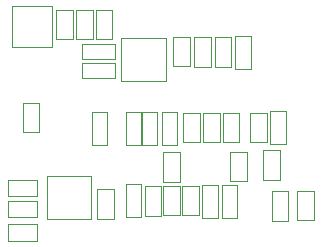
<source format=gbr>
%TF.GenerationSoftware,KiCad,Pcbnew,4.0.7*%
%TF.CreationDate,2017-12-01T19:39:18+08:00*%
%TF.ProjectId,ST-Link V2.1,53542D4C696E6B2056322E312E6B6963,rev?*%
%TF.FileFunction,Other,User*%
%FSLAX46Y46*%
G04 Gerber Fmt 4.6, Leading zero omitted, Abs format (unit mm)*
G04 Created by KiCad (PCBNEW 4.0.7) date 12/01/17 19:39:18*
%MOMM*%
%LPD*%
G01*
G04 APERTURE LIST*
%ADD10C,0.100000*%
%ADD11C,0.050000*%
G04 APERTURE END LIST*
D10*
D11*
X13665000Y-14390000D02*
X13665000Y-16890000D01*
X13665000Y-14390000D02*
X15065000Y-14390000D01*
X15065000Y-16890000D02*
X13665000Y-16890000D01*
X15065000Y-16890000D02*
X15065000Y-14390000D01*
X23500000Y-16710000D02*
X23500000Y-14210000D01*
X23500000Y-16710000D02*
X22100000Y-16710000D01*
X22100000Y-14210000D02*
X23500000Y-14210000D01*
X22100000Y-14210000D02*
X22100000Y-16710000D01*
X19320000Y-14320000D02*
X19320000Y-16820000D01*
X19320000Y-14320000D02*
X20720000Y-14320000D01*
X20720000Y-16820000D02*
X19320000Y-16820000D01*
X20720000Y-16820000D02*
X20720000Y-14320000D01*
X17670000Y-7150000D02*
X17670000Y-4650000D01*
X17670000Y-7150000D02*
X16270000Y-7150000D01*
X16270000Y-4650000D02*
X17670000Y-4650000D01*
X16270000Y-4650000D02*
X16270000Y-7150000D01*
X16721600Y-13540000D02*
X16721600Y-11040000D01*
X16721600Y-13540000D02*
X15321600Y-13540000D01*
X15321600Y-11040000D02*
X16721600Y-11040000D01*
X15321600Y-11040000D02*
X15321600Y-13540000D01*
X16970000Y-17120000D02*
X16970000Y-19920000D01*
X16970000Y-17120000D02*
X18270000Y-17120000D01*
X18270000Y-19920000D02*
X16970000Y-19920000D01*
X18270000Y-19920000D02*
X18270000Y-17120000D01*
X24012200Y-13690000D02*
X24012200Y-10890000D01*
X24012200Y-13690000D02*
X22712200Y-13690000D01*
X22712200Y-10890000D02*
X24012200Y-10890000D01*
X22712200Y-10890000D02*
X22712200Y-13690000D01*
X21050000Y-7300000D02*
X21050000Y-4500000D01*
X21050000Y-7300000D02*
X19750000Y-7300000D01*
X19750000Y-4500000D02*
X21050000Y-4500000D01*
X19750000Y-4500000D02*
X19750000Y-7300000D01*
X14842800Y-13749400D02*
X14842800Y-10949400D01*
X14842800Y-13749400D02*
X13542800Y-13749400D01*
X13542800Y-10949400D02*
X14842800Y-10949400D01*
X13542800Y-10949400D02*
X13542800Y-13749400D01*
X9470000Y-20000000D02*
X9470000Y-17500000D01*
X9470000Y-20000000D02*
X8070000Y-20000000D01*
X8070000Y-17500000D02*
X9470000Y-17500000D01*
X8070000Y-17500000D02*
X8070000Y-20000000D01*
X24980912Y-17646150D02*
X24980912Y-20146150D01*
X24980912Y-17646150D02*
X26380912Y-17646150D01*
X26380912Y-20146150D02*
X24980912Y-20146150D01*
X26380912Y-20146150D02*
X26380912Y-17646150D01*
X24223600Y-20177000D02*
X24223600Y-17677000D01*
X24223600Y-20177000D02*
X22823600Y-20177000D01*
X22823600Y-17677000D02*
X24223600Y-17677000D01*
X22823600Y-17677000D02*
X22823600Y-20177000D01*
X7570000Y-20020000D02*
X3770000Y-20020000D01*
X7570000Y-16420000D02*
X7570000Y-20020000D01*
X3770000Y-16420000D02*
X7570000Y-16420000D01*
X3770000Y-20020000D02*
X3770000Y-16420000D01*
X17990000Y-4650000D02*
X17990000Y-7150000D01*
X17990000Y-4650000D02*
X19390000Y-4650000D01*
X19390000Y-7150000D02*
X17990000Y-7150000D01*
X19390000Y-7150000D02*
X19390000Y-4650000D01*
X17048800Y-11040000D02*
X17048800Y-13540000D01*
X17048800Y-11040000D02*
X18448800Y-11040000D01*
X18448800Y-13540000D02*
X17048800Y-13540000D01*
X18448800Y-13540000D02*
X18448800Y-11040000D01*
X20099800Y-13540000D02*
X20099800Y-11040000D01*
X20099800Y-13540000D02*
X18699800Y-13540000D01*
X18699800Y-11040000D02*
X20099800Y-11040000D01*
X18699800Y-11040000D02*
X18699800Y-13540000D01*
X21030000Y-11040000D02*
X21030000Y-13540000D01*
X21030000Y-11040000D02*
X22430000Y-11040000D01*
X22430000Y-13540000D02*
X21030000Y-13540000D01*
X22430000Y-13540000D02*
X22430000Y-11040000D01*
X7936200Y-2313400D02*
X7936200Y-4813400D01*
X7936200Y-2313400D02*
X9336200Y-2313400D01*
X9336200Y-4813400D02*
X7936200Y-4813400D01*
X9336200Y-4813400D02*
X9336200Y-2313400D01*
X14480000Y-4580000D02*
X14480000Y-7080000D01*
X14480000Y-4580000D02*
X15880000Y-4580000D01*
X15880000Y-7080000D02*
X14480000Y-7080000D01*
X15880000Y-7080000D02*
X15880000Y-4580000D01*
X5983400Y-4813400D02*
X5983400Y-2313400D01*
X5983400Y-4813400D02*
X4583400Y-4813400D01*
X4583400Y-2313400D02*
X5983400Y-2313400D01*
X4583400Y-2313400D02*
X4583400Y-4813400D01*
X6259800Y-2313400D02*
X6259800Y-4813400D01*
X6259800Y-2313400D02*
X7659800Y-2313400D01*
X7659800Y-4813400D02*
X6259800Y-4813400D01*
X7659800Y-4813400D02*
X7659800Y-2313400D01*
X1770200Y-10200000D02*
X1770200Y-12700000D01*
X1770200Y-10200000D02*
X3170200Y-10200000D01*
X3170200Y-12700000D02*
X1770200Y-12700000D01*
X3170200Y-12700000D02*
X3170200Y-10200000D01*
X3000000Y-20475000D02*
X500000Y-20475000D01*
X3000000Y-20475000D02*
X3000000Y-21875000D01*
X500000Y-21875000D02*
X500000Y-20475000D01*
X500000Y-21875000D02*
X3000000Y-21875000D01*
X3000000Y-16700000D02*
X500000Y-16700000D01*
X3000000Y-16700000D02*
X3000000Y-18100000D01*
X500000Y-18100000D02*
X500000Y-16700000D01*
X500000Y-18100000D02*
X3000000Y-18100000D01*
X3000000Y-18500000D02*
X500000Y-18500000D01*
X3000000Y-18500000D02*
X3000000Y-19900000D01*
X500000Y-19900000D02*
X500000Y-18500000D01*
X500000Y-19900000D02*
X3000000Y-19900000D01*
X13665000Y-17210400D02*
X13665000Y-19710400D01*
X13665000Y-17210400D02*
X15065000Y-17210400D01*
X15065000Y-19710400D02*
X13665000Y-19710400D01*
X15065000Y-19710400D02*
X15065000Y-17210400D01*
X15265200Y-17210400D02*
X15265200Y-19710400D01*
X15265200Y-17210400D02*
X16665200Y-17210400D01*
X16665200Y-19710400D02*
X15265200Y-19710400D01*
X16665200Y-19710400D02*
X16665200Y-17210400D01*
X12090200Y-17235800D02*
X12090200Y-19735800D01*
X12090200Y-17235800D02*
X13490200Y-17235800D01*
X13490200Y-19735800D02*
X12090200Y-19735800D01*
X13490200Y-19735800D02*
X13490200Y-17235800D01*
X4200000Y-2000000D02*
X800000Y-2000000D01*
X800000Y-2000000D02*
X800000Y-5500000D01*
X800000Y-5500000D02*
X4200000Y-5500000D01*
X4200000Y-5500000D02*
X4200000Y-2000000D01*
X13140000Y-13760000D02*
X13140000Y-10960000D01*
X13140000Y-13760000D02*
X11840000Y-13760000D01*
X11840000Y-10960000D02*
X13140000Y-10960000D01*
X11840000Y-10960000D02*
X11840000Y-13760000D01*
X9542600Y-5187600D02*
X6742600Y-5187600D01*
X9542600Y-5187600D02*
X9542600Y-6487600D01*
X6742600Y-6487600D02*
X6742600Y-5187600D01*
X6742600Y-6487600D02*
X9542600Y-6487600D01*
X10460000Y-10950000D02*
X10460000Y-13750000D01*
X10460000Y-10950000D02*
X11760000Y-10950000D01*
X11760000Y-13750000D02*
X10460000Y-13750000D01*
X11760000Y-13750000D02*
X11760000Y-10950000D01*
X8900000Y-13760000D02*
X8900000Y-10960000D01*
X8900000Y-13760000D02*
X7600000Y-13760000D01*
X7600000Y-10960000D02*
X8900000Y-10960000D01*
X7600000Y-10960000D02*
X7600000Y-13760000D01*
X11763800Y-19860400D02*
X11763800Y-17060400D01*
X11763800Y-19860400D02*
X10463800Y-19860400D01*
X10463800Y-17060400D02*
X11763800Y-17060400D01*
X10463800Y-17060400D02*
X10463800Y-19860400D01*
X18590000Y-17120000D02*
X18590000Y-19920000D01*
X18590000Y-17120000D02*
X19890000Y-17120000D01*
X19890000Y-19920000D02*
X18590000Y-19920000D01*
X19890000Y-19920000D02*
X19890000Y-17120000D01*
X9542600Y-6787800D02*
X6742600Y-6787800D01*
X9542600Y-6787800D02*
X9542600Y-8087800D01*
X6742600Y-8087800D02*
X6742600Y-6787800D01*
X6742600Y-8087800D02*
X9542600Y-8087800D01*
X10080000Y-8330000D02*
X13880000Y-8330000D01*
X13880000Y-8330000D02*
X13880000Y-4730000D01*
X13880000Y-4730000D02*
X10080000Y-4730000D01*
X10080000Y-4730000D02*
X10080000Y-8330000D01*
M02*

</source>
